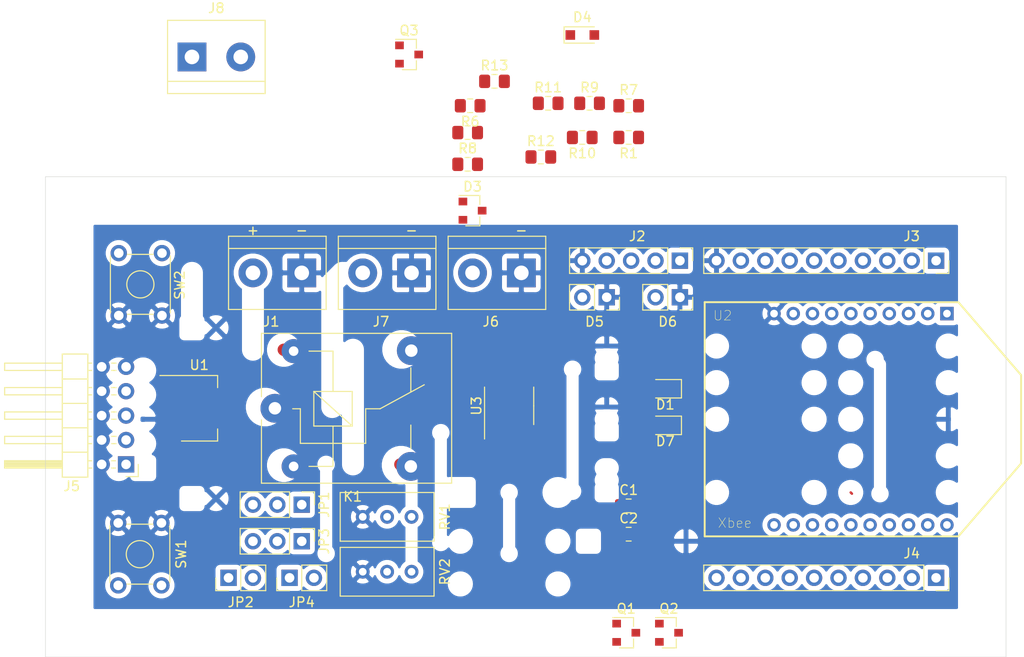
<source format=kicad_pcb>
(kicad_pcb (version 20171130) (host pcbnew 5.1.3-ffb9f22~84~ubuntu18.04.1)
  (layers (0 F.Cu signal) (31 B.Cu signal) (34 B.Paste user hide) (35 F.Paste user hide) (36 B.SilkS user hide) (37 F.SilkS user) (38 B.Mask user hide) (39 F.Mask user hide) (44 Edge.Cuts user))
  (net 0 "")
  (net 1 +12V)
  (net 2 GNDREF)
  (net 3 +3V3)
  (net 4 "Net-(D1-Pad2)")
  (net 5 "Net-(D3-Pad1)")
  (net 6 "Net-(D5-Pad2)")
  (net 7 "Net-(D6-Pad2)")
  (net 8 "Net-(D7-Pad2)")
  (net 9 /RXD)
  (net 10 /TXD)
  (net 11 /DSR-DIO12)
  (net 12 /RST)
  (net 13 /RSSI)
  (net 14 /DIO11)
  (net 15 "Net-(J3-Pad8)")
  (net 16 /DTR-DIO8)
  (net 17 /DIO4)
  (net 18 /CTS)
  (net 19 /DIO9)
  (net 20 "Net-(J4-Pad7)")
  (net 21 /Assoc.)
  (net 22 /RTS)
  (net 23 /DIO3)
  (net 24 /DIO2)
  (net 25 /DIO1)
  (net 26 /Comm.)
  (net 27 "Net-(J5-Pad1)")
  (net 28 "Net-(J5-Pad6)")
  (net 29 /EstadoBatería)
  (net 30 "Net-(U2-Pad14)")
  (net 31 "Net-(K1-Pad4)")
  (net 32 /DIO2-Entrada)
  (net 33 /DIO2-Salida)
  (net 34 "Net-(Q1-Pad1)")
  (net 35 "Net-(Q2-Pad1)")
  (net 36 /Bobina)
  (net 37 /Salida-Rele)
  (net 38 /LED-Assoc-RSSI)
  (net 39 /Bat-DIO4)
  (net 40 /Vin+)
  (net 41 /Bat+)
  (net 42 "Net-(H1-Pad1)")
  (net 43 "Net-(H2-Pad1)")
  (net 44 /CargaBatería)
  (module TerminalBlock:TerminalBlock_bornier-2_P5.08mm (layer F.Cu) (at 95.25 17.526)
    (fp_text reference J8 (at 2.54 -5.08) (layer F.SilkS))
    (fp_text value Batería)
    (fp_line (start -2.54 3.81) (end 7.62 3.81) (layer F.SilkS) (width 0.12))
    (fp_line (start -2.54 -3.81) (end -2.54 3.81) (layer F.SilkS) (width 0.12))
    (fp_line (start 7.62 -3.81) (end -2.54 -3.81) (layer F.SilkS) (width 0.12))
    (fp_line (start 7.62 3.81) (end 7.62 -3.81) (layer F.SilkS) (width 0.12))
    (fp_line (start 7.62 2.54) (end -2.54 2.54) (layer F.SilkS) (width 0.12))
    (pad 2 thru_hole circle (at 5.08 0) (size 3 3) (drill 1.52) (layers *.Cu *.Mask) (net 41 /Bat+))
    (pad 1 thru_hole rect (at 0 0) (size 3 3) (drill 1.52) (layers *.Cu *.Mask) (net 2 GNDREF))
  )
  (module Package_TO_SOT_SMD:SOT-223-3_TabPin2 (layer F.Cu) (at 96.012 54.102)
    (fp_text reference U1 (at 0 -4.5) (layer F.SilkS))
    (fp_text value AZ1117-3.3)
    (fp_line (start -4.1 -3.41) (end 1.91 -3.41) (layer F.SilkS) (width 0.12))
    (fp_line (start -1.85 3.41) (end 1.91 3.41) (layer F.SilkS) (width 0.12))
    (fp_line (start 1.91 -3.41) (end 1.91 -2.15) (layer F.SilkS) (width 0.12))
    (fp_line (start 1.91 3.41) (end 1.91 2.15) (layer F.SilkS) (width 0.12))
    (pad 1 smd rect (at -3.15 -2.3) (size 2 1.5) (layers F.Cu F.Paste F.Mask) (net 2 GNDREF))
    (pad 3 smd rect (at -3.15 2.3) (size 2 1.5) (layers F.Cu F.Paste F.Mask) (net 1 +12V))
    (pad 2 smd rect (at -3.15 0) (size 2 1.5) (layers F.Cu F.Paste F.Mask) (net 3 +3V3))
    (pad 2 smd rect (at 3.15 0) (size 2 3.8) (layers F.Cu F.Paste F.Mask) (net 3 +3V3))
  )
  (module Capacitor_SMD:C_0805_2012Metric (layer F.Cu) (at 140.716 67.212)
    (fp_text reference C2 (at 0 -1.65) (layer F.SilkS))
    (fp_text value 1u)
    (fp_line (start -0.258578 0.71) (end 0.258578 0.71) (layer F.SilkS) (width 0.12))
    (fp_line (start -0.258578 -0.71) (end 0.258578 -0.71) (layer F.SilkS) (width 0.12))
    (pad 2 smd roundrect (at 0.9375 0) (size 0.975 1.4) (layers F.Cu F.Paste F.Mask) (net 2 GNDREF))
    (pad 1 smd roundrect (at -0.9375 0) (size 0.975 1.4) (layers F.Cu F.Paste F.Mask) (net 3 +3V3))
  )
  (module Capacitor_SMD:C_0805_2012Metric (layer F.Cu) (at 140.716 64.262)
    (fp_text reference C1 (at 0 -1.65) (layer F.SilkS))
    (fp_text value 1u)
    (fp_line (start -0.258578 0.71) (end 0.258578 0.71) (layer F.SilkS) (width 0.12))
    (fp_line (start -0.258578 -0.71) (end 0.258578 -0.71) (layer F.SilkS) (width 0.12))
    (pad 2 smd roundrect (at 0.9375 0) (size 0.975 1.4) (layers F.Cu F.Paste F.Mask) (net 2 GNDREF))
    (pad 1 smd roundrect (at -0.9375 0) (size 0.975 1.4) (layers F.Cu F.Paste F.Mask) (net 1 +12V))
  )
  (module Relay_THT:Relay_SPDT_SANYOU_SRD_Series_Form_C (layer F.Cu) (at 103.886 54.102)
    (fp_text reference K1 (at 8.1 9.2) (layer F.SilkS))
    (fp_text value SANYOU_SRD_Form_C)
    (fp_line (start 8.05 1.85) (end 4.05 1.85) (layer F.SilkS) (width 0.12))
    (fp_line (start 8.05 -1.75) (end 8.05 1.85) (layer F.SilkS) (width 0.12))
    (fp_line (start 4.05 -1.75) (end 8.05 -1.75) (layer F.SilkS) (width 0.12))
    (fp_line (start 4.05 1.85) (end 4.05 -1.75) (layer F.SilkS) (width 0.12))
    (fp_line (start 8.05 1.85) (end 4.05 -1.75) (layer F.SilkS) (width 0.12))
    (fp_line (start 6.05 1.85) (end 6.05 6.05) (layer F.SilkS) (width 0.12))
    (fp_line (start 6.05 -5.95) (end 6.05 -1.75) (layer F.SilkS) (width 0.12))
    (fp_line (start 2.65 0.05) (end 2.65 3.65) (layer F.SilkS) (width 0.12))
    (fp_line (start 9.45 0.05) (end 9.45 3.65) (layer F.SilkS) (width 0.12))
    (fp_line (start 9.45 3.65) (end 2.65 3.65) (layer F.SilkS) (width 0.12))
    (fp_line (start 10.95 0.05) (end 15.55 -2.45) (layer F.SilkS) (width 0.12))
    (fp_line (start 9.45 0.05) (end 10.95 0.05) (layer F.SilkS) (width 0.12))
    (fp_line (start 6.05 -5.95) (end 3.55 -5.95) (layer F.SilkS) (width 0.12))
    (fp_line (start 2.65 0.05) (end 1.85 0.05) (layer F.SilkS) (width 0.12))
    (fp_line (start 3.55 6.05) (end 6.05 6.05) (layer F.SilkS) (width 0.12))
    (fp_line (start 14.15 -4.2) (end 14.15 -1.7) (layer F.SilkS) (width 0.12))
    (fp_line (start 14.15 4.2) (end 14.15 1.75) (layer F.SilkS) (width 0.12))
    (fp_line (start 18.4 7.8) (end -1.4 7.8) (layer F.SilkS) (width 0.12))
    (fp_line (start 18.4 -7.8) (end 18.4 7.8) (layer F.SilkS) (width 0.12))
    (fp_line (start -1.4 -7.8) (end 18.4 -7.8) (layer F.SilkS) (width 0.12))
    (fp_line (start -1.4 -7.8) (end -1.4 -1.2) (layer F.SilkS) (width 0.12))
    (fp_line (start -1.4 1.2) (end -1.4 7.8) (layer F.SilkS) (width 0.12))
    (pad 1 thru_hole circle (at 0 0 90) (size 3 3) (drill 1.3) (layers *.Cu *.Mask) (net 37 /Salida-Rele))
    (pad 5 thru_hole circle (at 1.95 -5.95 90) (size 2.5 2.5) (drill 1) (layers *.Cu *.Mask) (net 1 +12V))
    (pad 4 thru_hole circle (at 14.2 -6 90) (size 3 3) (drill 1.3) (layers *.Cu *.Mask) (net 31 "Net-(K1-Pad4)"))
    (pad 3 thru_hole circle (at 14.15 6.05 90) (size 3 3) (drill 1.3) (layers *.Cu *.Mask) (net 1 +12V))
    (pad 2 thru_hole circle (at 1.95 6.05 90) (size 2.5 2.5) (drill 1) (layers *.Cu *.Mask) (net 36 /Bobina))
  )
  (module Diode_SMD:D_SOD-323_HandSoldering (layer F.Cu) (at 135.89 15.24)
    (fp_text reference D4 (at 0 -1.85) (layer F.SilkS))
    (fp_text value 1N4007WS)
    (fp_line (start -1.9 -0.85) (end 1.25 -0.85) (layer F.SilkS) (width 0.12))
    (fp_line (start -1.9 0.85) (end 1.25 0.85) (layer F.SilkS) (width 0.12))
    (fp_line (start -1.9 -0.85) (end -1.9 0.85) (layer F.SilkS) (width 0.12))
    (pad 2 smd rect (at 1.25 0) (size 1 1) (layers F.Cu F.Paste F.Mask) (net 36 /Bobina))
    (pad 1 smd rect (at -1.25 0) (size 1 1) (layers F.Cu F.Paste F.Mask) (net 1 +12V))
  )
  (module Potentiometer_THT:Potentiometer_Bourns_3386C_Horizontal (layer F.Cu) (at 118.11 65.405 270)
    (fp_text reference RV1 (at 0 -3.475 90) (layer F.SilkS))
    (fp_text value 10k)
    (fp_line (start -2.535 -2.345) (end 2.535 -2.345) (layer F.SilkS) (width 0.12))
    (fp_line (start -2.535 7.425) (end 2.535 7.425) (layer F.SilkS) (width 0.12))
    (fp_line (start 2.535 -2.345) (end 2.535 7.425) (layer F.SilkS) (width 0.12))
    (fp_line (start -2.535 -2.345) (end -2.535 7.425) (layer F.SilkS) (width 0.12))
    (pad 3 thru_hole circle (at 0 5.08 270) (size 1.44 1.44) (drill 0.8) (layers *.Cu *.Mask) (net 2 GNDREF))
    (pad 2 thru_hole circle (at 0 2.54 270) (size 1.44 1.44) (drill 0.8) (layers *.Cu *.Mask) (net 42 "Net-(H1-Pad1)"))
    (pad 1 thru_hole circle (at 0 0 270) (size 1.44 1.44) (drill 0.8) (layers *.Cu *.Mask) (net 1 +12V))
  )
  (module Resistor_SMD:R_0805_2012Metric_Pad1.15x1.40mm_HandSolder (layer F.Cu) (at 126.746 20.066)
    (fp_text reference R13 (at 0 -1.65) (layer F.SilkS))
    (fp_text value 4k7)
    (fp_line (start -0.261252 0.71) (end 0.261252 0.71) (layer F.SilkS) (width 0.12))
    (fp_line (start -0.261252 -0.71) (end 0.261252 -0.71) (layer F.SilkS) (width 0.12))
    (pad 2 smd roundrect (at 1.025 0) (size 1.15 1.4) (layers F.Cu F.Paste F.Mask) (roundrect_rratio 0.217391) (net 8 "Net-(D7-Pad2)"))
    (pad 1 smd roundrect (at -1.025 0) (size 1.15 1.4) (layers F.Cu F.Paste F.Mask) (roundrect_rratio 0.217391) (net 37 /Salida-Rele))
  )
  (module Resistor_SMD:R_0805_2012Metric_Pad1.15x1.40mm_HandSolder (layer F.Cu) (at 131.572 27.94)
    (fp_text reference R12 (at 0 -1.65) (layer F.SilkS))
    (fp_text value 560)
    (fp_line (start -0.261252 0.71) (end 0.261252 0.71) (layer F.SilkS) (width 0.12))
    (fp_line (start -0.261252 -0.71) (end 0.261252 -0.71) (layer F.SilkS) (width 0.12))
    (pad 2 smd roundrect (at 1.025 0) (size 1.15 1.4) (layers F.Cu F.Paste F.Mask) (roundrect_rratio 0.217391) (net 29 /EstadoBatería))
    (pad 1 smd roundrect (at -1.025 0) (size 1.15 1.4) (layers F.Cu F.Paste F.Mask) (roundrect_rratio 0.217391) (net 7 "Net-(D6-Pad2)"))
  )
  (module Resistor_SMD:R_0805_2012Metric_Pad1.15x1.40mm_HandSolder (layer F.Cu) (at 132.334 22.352)
    (fp_text reference R11 (at 0 -1.65) (layer F.SilkS))
    (fp_text value 560)
    (fp_line (start -0.261252 0.71) (end 0.261252 0.71) (layer F.SilkS) (width 0.12))
    (fp_line (start -0.261252 -0.71) (end 0.261252 -0.71) (layer F.SilkS) (width 0.12))
    (pad 2 smd roundrect (at 1.025 0) (size 1.15 1.4) (layers F.Cu F.Paste F.Mask) (roundrect_rratio 0.217391) (net 1 +12V))
    (pad 1 smd roundrect (at -1.025 0) (size 1.15 1.4) (layers F.Cu F.Paste F.Mask) (roundrect_rratio 0.217391) (net 6 "Net-(D5-Pad2)"))
  )
  (module Resistor_SMD:R_0805_2012Metric_Pad1.15x1.40mm_HandSolder (layer F.Cu) (at 135.881 25.908 180)
    (fp_text reference R10 (at 0 -1.65) (layer F.SilkS))
    (fp_text value 10k)
    (fp_line (start -0.261252 0.71) (end 0.261252 0.71) (layer F.SilkS) (width 0.12))
    (fp_line (start -0.261252 -0.71) (end 0.261252 -0.71) (layer F.SilkS) (width 0.12))
    (pad 2 smd roundrect (at 1.025 0 180) (size 1.15 1.4) (layers F.Cu F.Paste F.Mask) (roundrect_rratio 0.217391) (net 32 /DIO2-Entrada))
    (pad 1 smd roundrect (at -1.025 0 180) (size 1.15 1.4) (layers F.Cu F.Paste F.Mask) (roundrect_rratio 0.217391) (net 3 +3V3))
  )
  (module Resistor_SMD:R_0805_2012Metric_Pad1.15x1.40mm_HandSolder (layer F.Cu) (at 136.643 22.352)
    (fp_text reference R9 (at 0 -1.65) (layer F.SilkS))
    (fp_text value 330)
    (fp_line (start -0.261252 0.71) (end 0.261252 0.71) (layer F.SilkS) (width 0.12))
    (fp_line (start -0.261252 -0.71) (end 0.261252 -0.71) (layer F.SilkS) (width 0.12))
    (pad 2 smd roundrect (at 1.025 0) (size 1.15 1.4) (layers F.Cu F.Paste F.Mask) (roundrect_rratio 0.217391) (net 33 /DIO2-Salida))
    (pad 1 smd roundrect (at -1.025 0) (size 1.15 1.4) (layers F.Cu F.Paste F.Mask) (roundrect_rratio 0.217391) (net 35 "Net-(Q2-Pad1)"))
  )
  (module Resistor_SMD:R_0805_2012Metric_Pad1.15x1.40mm_HandSolder (layer F.Cu) (at 123.952 28.702)
    (fp_text reference R8 (at 0 -1.65) (layer F.SilkS))
    (fp_text value 10k)
    (fp_line (start -0.261252 0.71) (end 0.261252 0.71) (layer F.SilkS) (width 0.12))
    (fp_line (start -0.261252 -0.71) (end 0.261252 -0.71) (layer F.SilkS) (width 0.12))
    (pad 2 smd roundrect (at 1.025 0) (size 1.15 1.4) (layers F.Cu F.Paste F.Mask) (roundrect_rratio 0.217391) (net 2 GNDREF))
    (pad 1 smd roundrect (at -1.025 0) (size 1.15 1.4) (layers F.Cu F.Paste F.Mask) (roundrect_rratio 0.217391) (net 33 /DIO2-Salida))
  )
  (module Resistor_SMD:R_0805_2012Metric_Pad1.15x1.40mm_HandSolder (layer F.Cu) (at 140.716 22.606)
    (fp_text reference R7 (at 0 -1.65) (layer F.SilkS))
    (fp_text value 3.3k)
    (fp_line (start -0.261252 0.71) (end 0.261252 0.71) (layer F.SilkS) (width 0.12))
    (fp_line (start -0.261252 -0.71) (end 0.261252 -0.71) (layer F.SilkS) (width 0.12))
    (pad 2 smd roundrect (at 1.025 0) (size 1.15 1.4) (layers F.Cu F.Paste F.Mask) (roundrect_rratio 0.217391) (net 1 +12V))
    (pad 1 smd roundrect (at -1.025 0) (size 1.15 1.4) (layers F.Cu F.Paste F.Mask) (roundrect_rratio 0.217391) (net 5 "Net-(D3-Pad1)"))
  )
  (module Resistor_SMD:R_0805_2012Metric_Pad1.15x1.40mm_HandSolder (layer F.Cu) (at 124.215 22.606 180)
    (fp_text reference R6 (at 0 -1.65) (layer F.SilkS))
    (fp_text value 10k)
    (fp_line (start -0.261252 0.71) (end 0.261252 0.71) (layer F.SilkS) (width 0.12))
    (fp_line (start -0.261252 -0.71) (end 0.261252 -0.71) (layer F.SilkS) (width 0.12))
    (pad 2 smd roundrect (at 1.025 0 180) (size 1.15 1.4) (layers F.Cu F.Paste F.Mask) (roundrect_rratio 0.217391) (net 39 /Bat-DIO4))
    (pad 1 smd roundrect (at -1.025 0 180) (size 1.15 1.4) (layers F.Cu F.Paste F.Mask) (roundrect_rratio 0.217391) (net 3 +3V3))
  )
  (module Resistor_SMD:R_0805_2012Metric_Pad1.15x1.40mm_HandSolder (layer F.Cu) (at 123.952 25.4 180)
    (fp_text reference R5 (at 0 -1.65) (layer F.SilkS))
    (fp_text value 330)
    (fp_line (start -0.261252 0.71) (end 0.261252 0.71) (layer F.SilkS) (width 0.12))
    (fp_line (start -0.261252 -0.71) (end 0.261252 -0.71) (layer F.SilkS) (width 0.12))
    (pad 2 smd roundrect (at 1.025 0 180) (size 1.15 1.4) (layers F.Cu F.Paste F.Mask) (roundrect_rratio 0.217391) (net 34 "Net-(Q1-Pad1)"))
    (pad 1 smd roundrect (at -1.025 0 180) (size 1.15 1.4) (layers F.Cu F.Paste F.Mask) (roundrect_rratio 0.217391) (net 29 /EstadoBatería))
  )
  (module Resistor_SMD:R_0805_2012Metric_Pad1.15x1.40mm_HandSolder (layer F.Cu) (at 140.716 25.908 180)
    (fp_text reference R1 (at 0 -1.65) (layer F.SilkS))
    (fp_text value 330)
    (fp_line (start -0.261252 0.71) (end 0.261252 0.71) (layer F.SilkS) (width 0.12))
    (fp_line (start -0.261252 -0.71) (end 0.261252 -0.71) (layer F.SilkS) (width 0.12))
    (pad 2 smd roundrect (at 1.025 0 180) (size 1.15 1.4) (layers F.Cu F.Paste F.Mask) (roundrect_rratio 0.217391) (net 38 /LED-Assoc-RSSI))
    (pad 1 smd roundrect (at -1.025 0 180) (size 1.15 1.4) (layers F.Cu F.Paste F.Mask) (roundrect_rratio 0.217391) (net 4 "Net-(D1-Pad2)"))
  )
  (module Package_TO_SOT_SMD:SOT-23 (layer F.Cu) (at 144.912 77.47)
    (fp_text reference Q2 (at 0 -2.5) (layer F.SilkS))
    (fp_text value AP2300)
    (fp_line (start 0.76 1.58) (end -0.7 1.58) (layer F.SilkS) (width 0.12))
    (fp_line (start 0.76 -1.58) (end -1.4 -1.58) (layer F.SilkS) (width 0.12))
    (fp_line (start 0.76 -1.58) (end 0.76 -0.65) (layer F.SilkS) (width 0.12))
    (fp_line (start 0.76 1.58) (end 0.76 0.65) (layer F.SilkS) (width 0.12))
    (pad 3 smd rect (at 1 0) (size 0.9 0.8) (layers F.Cu F.Paste F.Mask) (net 36 /Bobina))
    (pad 2 smd rect (at -1 0.95) (size 0.9 0.8) (layers F.Cu F.Paste F.Mask) (net 2 GNDREF))
    (pad 1 smd rect (at -1 -0.95) (size 0.9 0.8) (layers F.Cu F.Paste F.Mask) (net 35 "Net-(Q2-Pad1)"))
  )
  (module Package_TO_SOT_SMD:SOT-23 (layer F.Cu) (at 140.462 77.47)
    (fp_text reference Q1 (at 0 -2.5) (layer F.SilkS))
    (fp_text value 2N7002)
    (fp_line (start 0.76 1.58) (end -0.7 1.58) (layer F.SilkS) (width 0.12))
    (fp_line (start 0.76 -1.58) (end -1.4 -1.58) (layer F.SilkS) (width 0.12))
    (fp_line (start 0.76 -1.58) (end 0.76 -0.65) (layer F.SilkS) (width 0.12))
    (fp_line (start 0.76 1.58) (end 0.76 0.65) (layer F.SilkS) (width 0.12))
    (pad 3 smd rect (at 1 0) (size 0.9 0.8) (layers F.Cu F.Paste F.Mask) (net 39 /Bat-DIO4))
    (pad 2 smd rect (at -1 0.95) (size 0.9 0.8) (layers F.Cu F.Paste F.Mask) (net 2 GNDREF))
    (pad 1 smd rect (at -1 -0.95) (size 0.9 0.8) (layers F.Cu F.Paste F.Mask) (net 34 "Net-(Q1-Pad1)"))
  )
  (module Connector_PinHeader_2.54mm:PinHeader_2x05_P2.54mm_Horizontal (layer F.Cu) (at 88.392 59.944 180)
    (fp_text reference J5 (at 5.655 -2.27) (layer F.SilkS))
    (fp_text value Programación)
    (fp_line (start -1.27 -1.27) (end 0 -1.27) (layer F.SilkS) (width 0.12))
    (fp_line (start -1.27 0) (end -1.27 -1.27) (layer F.SilkS) (width 0.12))
    (fp_line (start 1.042929 10.54) (end 1.497071 10.54) (layer F.SilkS) (width 0.12))
    (fp_line (start 1.042929 9.78) (end 1.497071 9.78) (layer F.SilkS) (width 0.12))
    (fp_line (start 3.582929 10.54) (end 3.98 10.54) (layer F.SilkS) (width 0.12))
    (fp_line (start 3.582929 9.78) (end 3.98 9.78) (layer F.SilkS) (width 0.12))
    (fp_line (start 12.64 10.54) (end 6.64 10.54) (layer F.SilkS) (width 0.12))
    (fp_line (start 12.64 9.78) (end 12.64 10.54) (layer F.SilkS) (width 0.12))
    (fp_line (start 6.64 9.78) (end 12.64 9.78) (layer F.SilkS) (width 0.12))
    (fp_line (start 3.98 8.89) (end 6.64 8.89) (layer F.SilkS) (width 0.12))
    (fp_line (start 1.042929 8) (end 1.497071 8) (layer F.SilkS) (width 0.12))
    (fp_line (start 1.042929 7.24) (end 1.497071 7.24) (layer F.SilkS) (width 0.12))
    (fp_line (start 3.582929 8) (end 3.98 8) (layer F.SilkS) (width 0.12))
    (fp_line (start 3.582929 7.24) (end 3.98 7.24) (layer F.SilkS) (width 0.12))
    (fp_line (start 12.64 8) (end 6.64 8) (layer F.SilkS) (width 0.12))
    (fp_line (start 12.64 7.24) (end 12.64 8) (layer F.SilkS) (width 0.12))
    (fp_line (start 6.64 7.24) (end 12.64 7.24) (layer F.SilkS) (width 0.12))
    (fp_line (start 3.98 6.35) (end 6.64 6.35) (layer F.SilkS) (width 0.12))
    (fp_line (start 1.042929 5.46) (end 1.497071 5.46) (layer F.SilkS) (width 0.12))
    (fp_line (start 1.042929 4.7) (end 1.497071 4.7) (layer F.SilkS) (width 0.12))
    (fp_line (start 3.582929 5.46) (end 3.98 5.46) (layer F.SilkS) (width 0.12))
    (fp_line (start 3.582929 4.7) (end 3.98 4.7) (layer F.SilkS) (width 0.12))
    (fp_line (start 12.64 5.46) (end 6.64 5.46) (layer F.SilkS) (width 0.12))
    (fp_line (start 12.64 4.7) (end 12.64 5.46) (layer F.SilkS) (width 0.12))
    (fp_line (start 6.64 4.7) (end 12.64 4.7) (layer F.SilkS) (width 0.12))
    (fp_line (start 3.98 3.81) (end 6.64 3.81) (layer F.SilkS) (width 0.12))
    (fp_line (start 1.042929 2.92) (end 1.497071 2.92) (layer F.SilkS) (width 0.12))
    (fp_line (start 1.042929 2.16) (end 1.497071 2.16) (layer F.SilkS) (width 0.12))
    (fp_line (start 3.582929 2.92) (end 3.98 2.92) (layer F.SilkS) (width 0.12))
    (fp_line (start 3.582929 2.16) (end 3.98 2.16) (layer F.SilkS) (width 0.12))
    (fp_line (start 12.64 2.92) (end 6.64 2.92) (layer F.SilkS) (width 0.12))
    (fp_line (start 12.64 2.16) (end 12.64 2.92) (layer F.SilkS) (width 0.12))
    (fp_line (start 6.64 2.16) (end 12.64 2.16) (layer F.SilkS) (width 0.12))
    (fp_line (start 3.98 1.27) (end 6.64 1.27) (layer F.SilkS) (width 0.12))
    (fp_line (start 1.11 0.38) (end 1.497071 0.38) (layer F.SilkS) (width 0.12))
    (fp_line (start 1.11 -0.38) (end 1.497071 -0.38) (layer F.SilkS) (width 0.12))
    (fp_line (start 3.582929 0.38) (end 3.98 0.38) (layer F.SilkS) (width 0.12))
    (fp_line (start 3.582929 -0.38) (end 3.98 -0.38) (layer F.SilkS) (width 0.12))
    (fp_line (start 6.64 0.28) (end 12.64 0.28) (layer F.SilkS) (width 0.12))
    (fp_line (start 6.64 0.16) (end 12.64 0.16) (layer F.SilkS) (width 0.12))
    (fp_line (start 6.64 0.04) (end 12.64 0.04) (layer F.SilkS) (width 0.12))
    (fp_line (start 6.64 -0.08) (end 12.64 -0.08) (layer F.SilkS) (width 0.12))
    (fp_line (start 6.64 -0.2) (end 12.64 -0.2) (layer F.SilkS) (width 0.12))
    (fp_line (start 6.64 -0.32) (end 12.64 -0.32) (layer F.SilkS) (width 0.12))
    (fp_line (start 12.64 0.38) (end 6.64 0.38) (layer F.SilkS) (width 0.12))
    (fp_line (start 12.64 -0.38) (end 12.64 0.38) (layer F.SilkS) (width 0.12))
    (fp_line (start 6.64 -0.38) (end 12.64 -0.38) (layer F.SilkS) (width 0.12))
    (fp_line (start 6.64 -1.33) (end 3.98 -1.33) (layer F.SilkS) (width 0.12))
    (fp_line (start 6.64 11.49) (end 6.64 -1.33) (layer F.SilkS) (width 0.12))
    (fp_line (start 3.98 11.49) (end 6.64 11.49) (layer F.SilkS) (width 0.12))
    (fp_line (start 3.98 -1.33) (end 3.98 11.49) (layer F.SilkS) (width 0.12))
    (pad 10 thru_hole oval (at 2.54 10.16 180) (size 1.7 1.7) (drill 1) (layers *.Cu *.Mask) (net 3 +3V3))
    (pad 9 thru_hole oval (at 0 10.16 180) (size 1.7 1.7) (drill 1) (layers *.Cu *.Mask) (net 16 /DTR-DIO8))
    (pad 8 thru_hole oval (at 2.54 7.62 180) (size 1.7 1.7) (drill 1) (layers *.Cu *.Mask) (net 22 /RTS))
    (pad 7 thru_hole oval (at 0 7.62 180) (size 1.7 1.7) (drill 1) (layers *.Cu *.Mask) (net 10 /TXD))
    (pad 6 thru_hole oval (at 2.54 5.08 180) (size 1.7 1.7) (drill 1) (layers *.Cu *.Mask) (net 28 "Net-(J5-Pad6)"))
    (pad 5 thru_hole oval (at 0 5.08 180) (size 1.7 1.7) (drill 1) (layers *.Cu *.Mask) (net 2 GNDREF))
    (pad 4 thru_hole oval (at 2.54 2.54 180) (size 1.7 1.7) (drill 1) (layers *.Cu *.Mask) (net 9 /RXD))
    (pad 3 thru_hole oval (at 0 2.54 180) (size 1.7 1.7) (drill 1) (layers *.Cu *.Mask) (net 18 /CTS))
    (pad 2 thru_hole oval (at 2.54 0 180) (size 1.7 1.7) (drill 1) (layers *.Cu *.Mask) (net 11 /DSR-DIO12))
    (pad 1 thru_hole rect (at 0 0 180) (size 1.7 1.7) (drill 1) (layers *.Cu *.Mask) (net 27 "Net-(J5-Pad1)"))
  )
  (module Diode_SMD:D_SOT-23_ANK (layer F.Cu) (at 124.46 33.528)
    (fp_text reference D3 (at 0 -2.5) (layer F.SilkS))
    (fp_text value "Zener 5V")
    (fp_line (start 0.76 1.58) (end -0.7 1.58) (layer F.SilkS) (width 0.12))
    (fp_line (start 0.76 -1.58) (end -1.4 -1.58) (layer F.SilkS) (width 0.12))
    (fp_line (start 0.76 -1.58) (end 0.76 -0.65) (layer F.SilkS) (width 0.12))
    (fp_line (start 0.76 1.58) (end 0.76 0.65) (layer F.SilkS) (width 0.12))
    (pad 1 smd rect (at 1 0) (size 0.9 0.8) (layers F.Cu F.Paste F.Mask) (net 5 "Net-(D3-Pad1)"))
    (pad "" smd rect (at -1 0.95) (size 0.9 0.8) (layers F.Cu F.Paste F.Mask))
    (pad 2 smd rect (at -1 -0.95) (size 0.9 0.8) (layers F.Cu F.Paste F.Mask) (net 2 GNDREF))
  )
  (module Package_SO:SO-8_3.9x4.9mm_P1.27mm (layer F.Cu) (at 128.27 53.848 90)
    (fp_text reference U3 (at 0 -3.4 90) (layer F.SilkS))
    (fp_text value LM358)
    (fp_line (start 0 -2.56) (end -3.45 -2.56) (layer F.SilkS) (width 0.12))
    (fp_line (start 0 -2.56) (end 1.95 -2.56) (layer F.SilkS) (width 0.12))
    (fp_line (start 0 2.56) (end -1.95 2.56) (layer F.SilkS) (width 0.12))
    (fp_line (start 0 2.56) (end 1.95 2.56) (layer F.SilkS) (width 0.12))
    (pad 8 smd roundrect (at 2.575 -1.905 90) (size 1.75 0.6) (layers F.Cu F.Paste F.Mask) (net 1 +12V))
    (pad 7 smd roundrect (at 2.575 -0.635 90) (size 1.75 0.6) (layers F.Cu F.Paste F.Mask) (net 29 /EstadoBatería))
    (pad 6 smd roundrect (at 2.575 0.635 90) (size 1.75 0.6) (layers F.Cu F.Paste F.Mask) (net 43 "Net-(H2-Pad1)"))
    (pad 5 smd roundrect (at 2.575 1.905 90) (size 1.75 0.6) (layers F.Cu F.Paste F.Mask) (net 5 "Net-(D3-Pad1)"))
    (pad 4 smd roundrect (at -2.575 1.905 90) (size 1.75 0.6) (layers F.Cu F.Paste F.Mask) (net 2 GNDREF))
    (pad 3 smd roundrect (at -2.575 0.635 90) (size 1.75 0.6) (layers F.Cu F.Paste F.Mask) (net 42 "Net-(H1-Pad1)"))
    (pad 2 smd roundrect (at -2.575 -0.635 90) (size 1.75 0.6) (layers F.Cu F.Paste F.Mask) (net 5 "Net-(D3-Pad1)"))
    (pad 1 smd roundrect (at -2.575 -1.905 90) (size 1.75 0.6) (layers F.Cu F.Paste F.Mask) (net 44 /CargaBatería))
  )
  (module LED_SMD:LED_0805_2012Metric (layer F.Cu) (at 144.526 55.88 180)
    (fp_text reference D7 (at 0 -1.65) (layer F.SilkS))
    (fp_text value "LED Green Salida")
    (fp_line (start -1.685 0.96) (end 1 0.96) (layer F.SilkS) (width 0.12))
    (fp_line (start -1.685 -0.96) (end -1.685 0.96) (layer F.SilkS) (width 0.12))
    (fp_line (start 1 -0.96) (end -1.685 -0.96) (layer F.SilkS) (width 0.12))
    (pad 2 smd roundrect (at 0.9375 0 180) (size 0.975 1.4) (layers F.Cu F.Paste F.Mask) (net 8 "Net-(D7-Pad2)"))
    (pad 1 smd roundrect (at -0.9375 0 180) (size 0.975 1.4) (layers F.Cu F.Paste F.Mask) (net 2 GNDREF))
  )
  (module LED_SMD:LED_0805_2012Metric (layer F.Cu) (at 144.526 52.07 180)
    (fp_text reference D1 (at 0 -1.65) (layer F.SilkS))
    (fp_text value "Blue Assoc-RSSI")
    (fp_line (start -1.685 0.96) (end 1 0.96) (layer F.SilkS) (width 0.12))
    (fp_line (start -1.685 -0.96) (end -1.685 0.96) (layer F.SilkS) (width 0.12))
    (fp_line (start 1 -0.96) (end -1.685 -0.96) (layer F.SilkS) (width 0.12))
    (pad 2 smd roundrect (at 0.9375 0 180) (size 0.975 1.4) (layers F.Cu F.Paste F.Mask) (net 4 "Net-(D1-Pad2)"))
    (pad 1 smd roundrect (at -0.9375 0 180) (size 0.975 1.4) (layers F.Cu F.Paste F.Mask) (net 2 GNDREF))
  )
  (module Connector_PinSocket_2.54mm:PinSocket_1x02_P2.54mm_Vertical (layer F.Cu) (at 146.05 42.545 270)
    (fp_text reference D6 (at 2.54 1.27 180) (layer F.SilkS))
    (fp_text value "LED Batería")
    (fp_line (start 0 -1.33) (end 1.33 -1.33) (layer F.SilkS) (width 0.12))
    (fp_line (start 1.33 -1.33) (end 1.33 0) (layer F.SilkS) (width 0.12))
    (fp_line (start 1.33 1.27) (end 1.33 3.87) (layer F.SilkS) (width 0.12))
    (fp_line (start -1.33 3.87) (end 1.33 3.87) (layer F.SilkS) (width 0.12))
    (fp_line (start -1.33 1.27) (end -1.33 3.87) (layer F.SilkS) (width 0.12))
    (fp_line (start -1.33 1.27) (end 1.33 1.27) (layer F.SilkS) (width 0.12))
    (pad 2 thru_hole oval (at 0 2.54 270) (size 1.7 1.7) (drill 1) (layers *.Cu *.Mask) (net 7 "Net-(D6-Pad2)"))
    (pad 1 thru_hole rect (at 0 0 270) (size 1.7 1.7) (drill 1) (layers *.Cu *.Mask) (net 2 GNDREF))
  )
  (module Connector_PinSocket_2.54mm:PinSocket_1x02_P2.54mm_Vertical (layer F.Cu) (at 138.43 42.545 270)
    (fp_text reference D5 (at 2.54 1.27 180) (layer F.SilkS))
    (fp_text value "LED ON")
    (fp_line (start 0 -1.33) (end 1.33 -1.33) (layer F.SilkS) (width 0.12))
    (fp_line (start 1.33 -1.33) (end 1.33 0) (layer F.SilkS) (width 0.12))
    (fp_line (start 1.33 1.27) (end 1.33 3.87) (layer F.SilkS) (width 0.12))
    (fp_line (start -1.33 3.87) (end 1.33 3.87) (layer F.SilkS) (width 0.12))
    (fp_line (start -1.33 1.27) (end -1.33 3.87) (layer F.SilkS) (width 0.12))
    (fp_line (start -1.33 1.27) (end 1.33 1.27) (layer F.SilkS) (width 0.12))
    (pad 2 thru_hole oval (at 0 2.54 270) (size 1.7 1.7) (drill 1) (layers *.Cu *.Mask) (net 6 "Net-(D5-Pad2)"))
    (pad 1 thru_hole rect (at 0 0 270) (size 1.7 1.7) (drill 1) (layers *.Cu *.Mask) (net 2 GNDREF))
  )
  (module TerminalBlock:TerminalBlock_bornier-2_P5.08mm (layer F.Cu) (at 106.68 40.005 180)
    (fp_text reference J1 (at 3.175 -5.08) (layer F.SilkS))
    (fp_text value Alimentación)
    (fp_line (start 7.62 2.54) (end -2.54 2.54) (layer F.SilkS) (width 0.12))
    (fp_line (start 7.62 3.81) (end 7.62 -3.81) (layer F.SilkS) (width 0.12))
    (fp_line (start 7.62 -3.81) (end -2.54 -3.81) (layer F.SilkS) (width 0.12))
    (fp_line (start -2.54 -3.81) (end -2.54 3.81) (layer F.SilkS) (width 0.12))
    (fp_line (start -2.54 3.81) (end 7.62 3.81) (layer F.SilkS) (width 0.12))
    (pad 1 thru_hole rect (at 0 0 180) (size 3 3) (drill 1.52) (layers *.Cu *.Mask) (net 2 GNDREF))
    (pad 2 thru_hole circle (at 5.08 0 180) (size 3 3) (drill 1.52) (layers *.Cu *.Mask) (net 40 /Vin+))
  )
  (module Connector_PinHeader_2.54mm:PinHeader_1x05_P2.54mm_Vertical (layer F.Cu) (at 146.05 38.735 270)
    (fp_text reference J2 (at -2.54 4.445 180) (layer F.SilkS))
    (fp_text value Raspberry)
    (fp_line (start -1.33 11.49) (end 1.33 11.49) (layer F.SilkS) (width 0.12))
    (fp_line (start -1.33 1.27) (end -1.33 11.49) (layer F.SilkS) (width 0.12))
    (fp_line (start 1.33 1.27) (end 1.33 11.49) (layer F.SilkS) (width 0.12))
    (fp_line (start -1.33 1.27) (end 1.33 1.27) (layer F.SilkS) (width 0.12))
    (fp_line (start -1.33 0) (end -1.33 -1.33) (layer F.SilkS) (width 0.12))
    (fp_line (start -1.33 -1.33) (end 0 -1.33) (layer F.SilkS) (width 0.12))
    (pad 1 thru_hole rect (at 0 0 270) (size 1.7 1.7) (drill 1) (layers *.Cu *.Mask) (net 32 /DIO2-Entrada))
    (pad 2 thru_hole oval (at 0 2.54 270) (size 1.7 1.7) (drill 1) (layers *.Cu *.Mask) (net 33 /DIO2-Salida))
    (pad 3 thru_hole oval (at 0 5.08 270) (size 1.7 1.7) (drill 1) (layers *.Cu *.Mask) (net 9 /RXD))
    (pad 4 thru_hole oval (at 0 7.62 270) (size 1.7 1.7) (drill 1) (layers *.Cu *.Mask) (net 10 /TXD))
    (pad 5 thru_hole oval (at 0 10.16 270) (size 1.7 1.7) (drill 1) (layers *.Cu *.Mask) (net 2 GNDREF))
  )
  (module Connector_PinSocket_2.54mm:PinSocket_1x10_P2.54mm_Vertical (layer F.Cu) (at 172.72 38.735 270)
    (fp_text reference J3 (at -2.54 2.54 180) (layer F.SilkS))
    (fp_text value "Pines 1")
    (fp_line (start -1.33 1.27) (end 1.33 1.27) (layer F.SilkS) (width 0.12))
    (fp_line (start -1.33 1.27) (end -1.33 24.19) (layer F.SilkS) (width 0.12))
    (fp_line (start -1.33 24.19) (end 1.33 24.19) (layer F.SilkS) (width 0.12))
    (fp_line (start 1.33 1.27) (end 1.33 24.19) (layer F.SilkS) (width 0.12))
    (fp_line (start 1.33 -1.33) (end 1.33 0) (layer F.SilkS) (width 0.12))
    (fp_line (start 0 -1.33) (end 1.33 -1.33) (layer F.SilkS) (width 0.12))
    (pad 1 thru_hole rect (at 0 0 270) (size 1.7 1.7) (drill 1) (layers *.Cu *.Mask) (net 3 +3V3))
    (pad 2 thru_hole oval (at 0 2.54 270) (size 1.7 1.7) (drill 1) (layers *.Cu *.Mask) (net 9 /RXD))
    (pad 3 thru_hole oval (at 0 5.08 270) (size 1.7 1.7) (drill 1) (layers *.Cu *.Mask) (net 10 /TXD))
    (pad 4 thru_hole oval (at 0 7.62 270) (size 1.7 1.7) (drill 1) (layers *.Cu *.Mask) (net 11 /DSR-DIO12))
    (pad 5 thru_hole oval (at 0 10.16 270) (size 1.7 1.7) (drill 1) (layers *.Cu *.Mask) (net 12 /RST))
    (pad 6 thru_hole oval (at 0 12.7 270) (size 1.7 1.7) (drill 1) (layers *.Cu *.Mask) (net 13 /RSSI))
    (pad 7 thru_hole oval (at 0 15.24 270) (size 1.7 1.7) (drill 1) (layers *.Cu *.Mask) (net 14 /DIO11))
    (pad 8 thru_hole oval (at 0 17.78 270) (size 1.7 1.7) (drill 1) (layers *.Cu *.Mask) (net 15 "Net-(J3-Pad8)"))
    (pad 9 thru_hole oval (at 0 20.32 270) (size 1.7 1.7) (drill 1) (layers *.Cu *.Mask) (net 16 /DTR-DIO8))
    (pad 10 thru_hole oval (at 0 22.86 270) (size 1.7 1.7) (drill 1) (layers *.Cu *.Mask) (net 2 GNDREF))
  )
  (module Connector_PinSocket_2.54mm:PinSocket_1x10_P2.54mm_Vertical (layer F.Cu) (at 172.72 71.755 270)
    (fp_text reference J4 (at -2.54 2.54 180) (layer F.SilkS))
    (fp_text value "Pines 2")
    (fp_line (start 0 -1.33) (end 1.33 -1.33) (layer F.SilkS) (width 0.12))
    (fp_line (start 1.33 -1.33) (end 1.33 0) (layer F.SilkS) (width 0.12))
    (fp_line (start 1.33 1.27) (end 1.33 24.19) (layer F.SilkS) (width 0.12))
    (fp_line (start -1.33 24.19) (end 1.33 24.19) (layer F.SilkS) (width 0.12))
    (fp_line (start -1.33 1.27) (end -1.33 24.19) (layer F.SilkS) (width 0.12))
    (fp_line (start -1.33 1.27) (end 1.33 1.27) (layer F.SilkS) (width 0.12))
    (pad 10 thru_hole oval (at 0 22.86 270) (size 1.7 1.7) (drill 1) (layers *.Cu *.Mask) (net 17 /DIO4))
    (pad 9 thru_hole oval (at 0 20.32 270) (size 1.7 1.7) (drill 1) (layers *.Cu *.Mask) (net 18 /CTS))
    (pad 8 thru_hole oval (at 0 17.78 270) (size 1.7 1.7) (drill 1) (layers *.Cu *.Mask) (net 19 /DIO9))
    (pad 7 thru_hole oval (at 0 15.24 270) (size 1.7 1.7) (drill 1) (layers *.Cu *.Mask) (net 20 "Net-(J4-Pad7)"))
    (pad 6 thru_hole oval (at 0 12.7 270) (size 1.7 1.7) (drill 1) (layers *.Cu *.Mask) (net 21 /Assoc.))
    (pad 5 thru_hole oval (at 0 10.16 270) (size 1.7 1.7) (drill 1) (layers *.Cu *.Mask) (net 22 /RTS))
    (pad 4 thru_hole oval (at 0 7.62 270) (size 1.7 1.7) (drill 1) (layers *.Cu *.Mask) (net 23 /DIO3))
    (pad 3 thru_hole oval (at 0 5.08 270) (size 1.7 1.7) (drill 1) (layers *.Cu *.Mask) (net 24 /DIO2))
    (pad 2 thru_hole oval (at 0 2.54 270) (size 1.7 1.7) (drill 1) (layers *.Cu *.Mask) (net 25 /DIO1))
    (pad 1 thru_hole rect (at 0 0 270) (size 1.7 1.7) (drill 1) (layers *.Cu *.Mask) (net 26 /Comm.))
  )
  (module TerminalBlock:TerminalBlock_bornier-2_P5.08mm (layer F.Cu) (at 129.54 40.005 180)
    (fp_text reference J6 (at 3.175 -5.08) (layer F.SilkS))
    (fp_text value Entrada)
    (fp_line (start 7.62 2.54) (end -2.54 2.54) (layer F.SilkS) (width 0.12))
    (fp_line (start 7.62 3.81) (end 7.62 -3.81) (layer F.SilkS) (width 0.12))
    (fp_line (start 7.62 -3.81) (end -2.54 -3.81) (layer F.SilkS) (width 0.12))
    (fp_line (start -2.54 -3.81) (end -2.54 3.81) (layer F.SilkS) (width 0.12))
    (fp_line (start -2.54 3.81) (end 7.62 3.81) (layer F.SilkS) (width 0.12))
    (pad 1 thru_hole rect (at 0 0 180) (size 3 3) (drill 1.52) (layers *.Cu *.Mask) (net 2 GNDREF))
    (pad 2 thru_hole circle (at 5.08 0 180) (size 3 3) (drill 1.52) (layers *.Cu *.Mask) (net 32 /DIO2-Entrada))
  )
  (module TerminalBlock:TerminalBlock_bornier-2_P5.08mm (layer F.Cu) (at 118.11 40.005 180)
    (fp_text reference J7 (at 3.175 -5.08) (layer F.SilkS))
    (fp_text value Salida)
    (fp_line (start -2.54 3.81) (end 7.62 3.81) (layer F.SilkS) (width 0.12))
    (fp_line (start -2.54 -3.81) (end -2.54 3.81) (layer F.SilkS) (width 0.12))
    (fp_line (start 7.62 -3.81) (end -2.54 -3.81) (layer F.SilkS) (width 0.12))
    (fp_line (start 7.62 3.81) (end 7.62 -3.81) (layer F.SilkS) (width 0.12))
    (fp_line (start 7.62 2.54) (end -2.54 2.54) (layer F.SilkS) (width 0.12))
    (pad 2 thru_hole circle (at 5.08 0 180) (size 3 3) (drill 1.52) (layers *.Cu *.Mask) (net 37 /Salida-Rele))
    (pad 1 thru_hole rect (at 0 0 180) (size 3 3) (drill 1.52) (layers *.Cu *.Mask) (net 2 GNDREF))
  )
  (module Connector_PinHeader_2.54mm:PinHeader_1x03_P2.54mm_Vertical (layer F.Cu) (at 106.68 64.135 270)
    (fp_text reference JP1 (at 0 -2.33 90) (layer F.SilkS))
    (fp_text value Assoc-RSSI)
    (fp_line (start -1.33 -1.33) (end 0 -1.33) (layer F.SilkS) (width 0.12))
    (fp_line (start -1.33 0) (end -1.33 -1.33) (layer F.SilkS) (width 0.12))
    (fp_line (start -1.33 1.27) (end 1.33 1.27) (layer F.SilkS) (width 0.12))
    (fp_line (start 1.33 1.27) (end 1.33 6.41) (layer F.SilkS) (width 0.12))
    (fp_line (start -1.33 1.27) (end -1.33 6.41) (layer F.SilkS) (width 0.12))
    (fp_line (start -1.33 6.41) (end 1.33 6.41) (layer F.SilkS) (width 0.12))
    (pad 3 thru_hole oval (at 0 5.08 270) (size 1.7 1.7) (drill 1) (layers *.Cu *.Mask) (net 13 /RSSI))
    (pad 2 thru_hole oval (at 0 2.54 270) (size 1.7 1.7) (drill 1) (layers *.Cu *.Mask) (net 38 /LED-Assoc-RSSI))
    (pad 1 thru_hole rect (at 0 0 270) (size 1.7 1.7) (drill 1) (layers *.Cu *.Mask) (net 21 /Assoc.))
  )
  (module Connector_PinHeader_2.54mm:PinHeader_1x02_P2.54mm_Vertical (layer F.Cu) (at 99.06 71.755 90)
    (fp_text reference JP2 (at -2.54 1.27 180) (layer F.SilkS))
    (fp_text value Loopback)
    (fp_line (start -1.33 -1.33) (end 0 -1.33) (layer F.SilkS) (width 0.12))
    (fp_line (start -1.33 0) (end -1.33 -1.33) (layer F.SilkS) (width 0.12))
    (fp_line (start -1.33 1.27) (end 1.33 1.27) (layer F.SilkS) (width 0.12))
    (fp_line (start 1.33 1.27) (end 1.33 3.87) (layer F.SilkS) (width 0.12))
    (fp_line (start -1.33 1.27) (end -1.33 3.87) (layer F.SilkS) (width 0.12))
    (fp_line (start -1.33 3.87) (end 1.33 3.87) (layer F.SilkS) (width 0.12))
    (pad 2 thru_hole oval (at 0 2.54 90) (size 1.7 1.7) (drill 1) (layers *.Cu *.Mask) (net 9 /RXD))
    (pad 1 thru_hole rect (at 0 0 90) (size 1.7 1.7) (drill 1) (layers *.Cu *.Mask) (net 10 /TXD))
  )
  (module Connector_PinHeader_2.54mm:PinHeader_1x03_P2.54mm_Vertical (layer F.Cu) (at 106.68 67.945 270)
    (fp_text reference JP3 (at 0 -2.33 90) (layer F.SilkS))
    (fp_text value "DIO2 E/S")
    (fp_line (start -1.33 6.41) (end 1.33 6.41) (layer F.SilkS) (width 0.12))
    (fp_line (start -1.33 1.27) (end -1.33 6.41) (layer F.SilkS) (width 0.12))
    (fp_line (start 1.33 1.27) (end 1.33 6.41) (layer F.SilkS) (width 0.12))
    (fp_line (start -1.33 1.27) (end 1.33 1.27) (layer F.SilkS) (width 0.12))
    (fp_line (start -1.33 0) (end -1.33 -1.33) (layer F.SilkS) (width 0.12))
    (fp_line (start -1.33 -1.33) (end 0 -1.33) (layer F.SilkS) (width 0.12))
    (pad 1 thru_hole rect (at 0 0 270) (size 1.7 1.7) (drill 1) (layers *.Cu *.Mask) (net 33 /DIO2-Salida))
    (pad 2 thru_hole oval (at 0 2.54 270) (size 1.7 1.7) (drill 1) (layers *.Cu *.Mask) (net 24 /DIO2))
    (pad 3 thru_hole oval (at 0 5.08 270) (size 1.7 1.7) (drill 1) (layers *.Cu *.Mask) (net 32 /DIO2-Entrada))
  )
  (module Connector_PinHeader_2.54mm:PinHeader_1x02_P2.54mm_Vertical (layer F.Cu) (at 105.41 71.755 90)
    (fp_text reference JP4 (at -2.54 1.27 180) (layer F.SilkS))
    (fp_text value "Estado Batería")
    (fp_line (start -1.33 3.87) (end 1.33 3.87) (layer F.SilkS) (width 0.12))
    (fp_line (start -1.33 1.27) (end -1.33 3.87) (layer F.SilkS) (width 0.12))
    (fp_line (start 1.33 1.27) (end 1.33 3.87) (layer F.SilkS) (width 0.12))
    (fp_line (start -1.33 1.27) (end 1.33 1.27) (layer F.SilkS) (width 0.12))
    (fp_line (start -1.33 0) (end -1.33 -1.33) (layer F.SilkS) (width 0.12))
    (fp_line (start -1.33 -1.33) (end 0 -1.33) (layer F.SilkS) (width 0.12))
    (pad 1 thru_hole rect (at 0 0 90) (size 1.7 1.7) (drill 1) (layers *.Cu *.Mask) (net 17 /DIO4))
    (pad 2 thru_hole oval (at 0 2.54 90) (size 1.7 1.7) (drill 1) (layers *.Cu *.Mask) (net 39 /Bat-DIO4))
  )
  (module Potentiometer_THT:Potentiometer_Bourns_3386C_Horizontal (layer F.Cu) (at 118.11 71.12 270)
    (fp_text reference RV2 (at 0 -3.475 90) (layer F.SilkS))
    (fp_text value 10k)
    (fp_line (start -2.535 -2.345) (end -2.535 7.425) (layer F.SilkS) (width 0.12))
    (fp_line (start 2.535 -2.345) (end 2.535 7.425) (layer F.SilkS) (width 0.12))
    (fp_line (start -2.535 7.425) (end 2.535 7.425) (layer F.SilkS) (width 0.12))
    (fp_line (start -2.535 -2.345) (end 2.535 -2.345) (layer F.SilkS) (width 0.12))
    (pad 1 thru_hole circle (at 0 0 270) (size 1.44 1.44) (drill 0.8) (layers *.Cu *.Mask) (net 1 +12V))
    (pad 2 thru_hole circle (at 0 2.54 270) (size 1.44 1.44) (drill 0.8) (layers *.Cu *.Mask) (net 43 "Net-(H2-Pad1)"))
    (pad 3 thru_hole circle (at 0 5.08 270) (size 1.44 1.44) (drill 0.8) (layers *.Cu *.Mask) (net 2 GNDREF))
  )
  (module Button_Switch_THT:SW_TH_Tactile_Omron_B3F-10xx (layer F.Cu) (at 92.075 66.04 270)
    (fp_text reference SW1 (at 3.25 -2.05 90) (layer F.SilkS))
    (fp_text value Reset)
    (fp_circle (center 3.25 2.25) (end 4.25 3.25) (layer F.SilkS) (width 0.12))
    (fp_line (start 0.28 5.37) (end 6.22 5.37) (layer F.SilkS) (width 0.12))
    (fp_line (start 0.28 -0.87) (end 6.22 -0.87) (layer F.SilkS) (width 0.12))
    (fp_line (start 0.13 3.59) (end 0.13 0.91) (layer F.SilkS) (width 0.12))
    (fp_line (start 6.37 0.91) (end 6.37 3.59) (layer F.SilkS) (width 0.12))
    (pad 4 thru_hole circle (at 6.5 4.5 270) (size 1.7 1.7) (drill 1) (layers *.Cu *.Mask) (net 12 /RST))
    (pad 3 thru_hole circle (at 0 4.5 270) (size 1.7 1.7) (drill 1) (layers *.Cu *.Mask) (net 2 GNDREF))
    (pad 2 thru_hole circle (at 6.5 0 270) (size 1.7 1.7) (drill 1) (layers *.Cu *.Mask) (net 12 /RST))
    (pad 1 thru_hole circle (at 0 0 270) (size 1.7 1.7) (drill 1) (layers *.Cu *.Mask) (net 2 GNDREF))
  )
  (module Button_Switch_THT:SW_TH_Tactile_Omron_B3F-10xx (layer F.Cu) (at 87.63 44.45 90)
    (fp_text reference SW2 (at 3.175 6.35 90) (layer F.SilkS))
    (fp_text value Comm.)
    (fp_line (start 6.37 0.91) (end 6.37 3.59) (layer F.SilkS) (width 0.12))
    (fp_line (start 0.13 3.59) (end 0.13 0.91) (layer F.SilkS) (width 0.12))
    (fp_line (start 0.28 -0.87) (end 6.22 -0.87) (layer F.SilkS) (width 0.12))
    (fp_line (start 0.28 5.37) (end 6.22 5.37) (layer F.SilkS) (width 0.12))
    (fp_circle (center 3.25 2.25) (end 4.25 3.25) (layer F.SilkS) (width 0.12))
    (pad 1 thru_hole circle (at 0 0 90) (size 1.7 1.7) (drill 1) (layers *.Cu *.Mask) (net 2 GNDREF))
    (pad 2 thru_hole circle (at 6.5 0 90) (size 1.7 1.7) (drill 1) (layers *.Cu *.Mask) (net 26 /Comm.))
    (pad 3 thru_hole circle (at 0 4.5 90) (size 1.7 1.7) (drill 1) (layers *.Cu *.Mask) (net 2 GNDREF))
    (pad 4 thru_hole circle (at 6.5 4.5 90) (size 1.7 1.7) (drill 1) (layers *.Cu *.Mask) (net 26 /Comm.))
  )
  (module XBP24CZ7PITB003:DIP2200W51P200L3294H279Q20P (layer F.Cu) (at 165.1 55.245 270)
    (fp_text reference U2 (at -10.795 14.605) (layer F.SilkS) (effects (font (size 1.00124 1.00124) (thickness 0.05))))
    (fp_text value Xbee (at 10.795 13.335 180) (layer F.SilkS) (effects (font (size 1.0013 1.0013) (thickness 0.05))))
    (fp_line (start -4.6 -16.47) (end 4.6 -16.47) (layer F.SilkS) (width 0.2))
    (fp_line (start 12.19 -9.94) (end 12.19 16.47) (layer F.SilkS) (width 0.2))
    (fp_line (start 12.19 16.47) (end -12.19 16.47) (layer F.SilkS) (width 0.2))
    (fp_line (start -12.19 16.47) (end -12.19 -9.94) (layer F.SilkS) (width 0.2))
    (fp_line (start -12.19 -9.94) (end -4.6 -16.47) (layer F.SilkS) (width 0.2))
    (fp_line (start 12.19 -9.94) (end 4.6 -16.47) (layer F.SilkS) (width 0.2))
    (pad 1 thru_hole rect (at -11 -8.75 270) (size 1.4 1.4) (drill 0.8) (layers *.Cu *.Mask) (net 3 +3V3))
    (pad 2 thru_hole circle (at -11 -6.75 270) (size 1.4 1.4) (drill 0.8) (layers *.Cu *.Mask) (net 9 /RXD))
    (pad 3 thru_hole circle (at -11 -4.75 270) (size 1.4 1.4) (drill 0.8) (layers *.Cu *.Mask) (net 10 /TXD))
    (pad 4 thru_hole circle (at -11 -2.75 270) (size 1.4 1.4) (drill 0.8) (layers *.Cu *.Mask) (net 11 /DSR-DIO12))
    (pad 5 thru_hole circle (at -11 -0.75 270) (size 1.4 1.4) (drill 0.8) (layers *.Cu *.Mask) (net 12 /RST))
    (pad 6 thru_hole circle (at -11 1.25 270) (size 1.4 1.4) (drill 0.8) (layers *.Cu *.Mask) (net 13 /RSSI))
    (pad 7 thru_hole circle (at -11 3.25 270) (size 1.4 1.4) (drill 0.8) (layers *.Cu *.Mask) (net 14 /DIO11))
    (pad 8 thru_hole circle (at -11 5.25 270) (size 1.4 1.4) (drill 0.8) (layers *.Cu *.Mask))
    (pad 9 thru_hole circle (at -11 7.25 270) (size 1.4 1.4) (drill 0.8) (layers *.Cu *.Mask) (net 16 /DTR-DIO8))
    (pad 10 thru_hole circle (at -11 9.25 270) (size 1.4 1.4) (drill 0.8) (layers *.Cu *.Mask) (net 2 GNDREF))
    (pad 11 thru_hole circle (at 11 9.25 90) (size 1.4 1.4) (drill 0.8) (layers *.Cu *.Mask) (net 17 /DIO4))
    (pad 12 thru_hole circle (at 11 7.25 90) (size 1.4 1.4) (drill 0.8) (layers *.Cu *.Mask) (net 18 /CTS))
    (pad 13 thru_hole circle (at 11 5.25 90) (size 1.4 1.4) (drill 0.8) (layers *.Cu *.Mask) (net 19 /DIO9))
    (pad 14 thru_hole circle (at 11 3.25 90) (size 1.4 1.4) (drill 0.8) (layers *.Cu *.Mask) (net 30 "Net-(U2-Pad14)"))
    (pad 15 thru_hole circle (at 11 1.25 90) (size 1.4 1.4) (drill 0.8) (layers *.Cu *.Mask) (net 21 /Assoc.))
    (pad 16 thru_hole circle (at 11 -0.75 90) (size 1.4 1.4) (drill 0.8) (layers *.Cu *.Mask) (net 22 /RTS))
    (pad 17 thru_hole circle (at 11 -2.75 90) (size 1.4 1.4) (drill 0.8) (layers *.Cu *.Mask) (net 23 /DIO3))
    (pad 18 thru_hole circle (at 11 -4.75 90) (size 1.4 1.4) (drill 0.8) (layers *.Cu *.Mask) (net 24 /DIO2))
    (pad 19 thru_hole circle (at 11 -6.75 90) (size 1.4 1.4) (drill 0.8) (layers *.Cu *.Mask) (net 25 /DIO1))
    (pad 20 thru_hole circle (at 11 -8.75 90) (size 1.4 1.4) (drill 0.8) (layers *.Cu *.Mask) (net 26 /Comm.))
  )
  (module Package_TO_SOT_SMD:SOT-23 (layer F.Cu) (at 117.856 17.272)
    (fp_text reference Q3 (at 0 -2.5) (layer F.SilkS))
    (fp_text value DMP3013SFV)
    (fp_line (start 0.76 1.58) (end 0.76 0.65) (layer F.SilkS) (width 0.12))
    (fp_line (start 0.76 -1.58) (end 0.76 -0.65) (layer F.SilkS) (width 0.12))
    (fp_line (start 0.76 -1.58) (end -1.4 -1.58) (layer F.SilkS) (width 0.12))
    (fp_line (start 0.76 1.58) (end -0.7 1.58) (layer F.SilkS) (width 0.12))
    (pad 1 smd rect (at -1 -0.95) (size 0.9 0.8) (layers F.Cu F.Paste F.Mask) (net 40 /Vin+))
    (pad 2 smd rect (at -1 0.95) (size 0.9 0.8) (layers F.Cu F.Paste F.Mask) (net 40 /Vin+))
    (pad 3 smd rect (at 1 0) (size 0.9 0.8) (layers F.Cu F.Paste F.Mask) (net 40 /Vin+))
  )
  (gr_text - (at 118.11 35.56) (layer F.SilkS) (effects (font (size 1 1))))
  (gr_text - (at 129.54 35.56) (layer F.SilkS) (effects (font (size 1 1))))
  (gr_text - (at 106.68 35.56) (layer F.SilkS) (effects (font (size 1 1))))
  (gr_text + (at 101.6 35.56) (layer F.SilkS) (effects (font (size 1 1))))
  (gr_line (start 80 80) (end 80 30) (layer Edge.Cuts) (width 0.05))
  (gr_line (start 180 80) (end 80 80) (layer Edge.Cuts) (width 0.05))
  (gr_line (start 180 30) (end 180 80) (layer Edge.Cuts) (width 0.05))
  (gr_line (start 80 30) (end 180 30) (layer Edge.Cuts) (width 0.05))
  (segment (start 104.801 48.006) (end 104.82 48.025) (width 1.27) (layer F.Cu) (net 1))
  (segment (start 116.939 59.944) (end 117.02 60.025) (width 1.27) (layer F.Cu) (net 1))
  (segment (start 118.11 61.115) (end 117.02 60.025) (width 0.254) (layer B.Cu) (net 1))
  (segment (start 163.957 62.992) (end 163.83 62.865) (width 0.254) (layer F.Cu) (net 35))
  (segment (start 104.901 59.944) (end 104.82 60.025) (width 0.254) (layer F.Cu) (net 36))
  (zone (net 2) (net_name GNDREF) (layer B.Cu) (connect_pads (clearance 0.508)) (min_thickness 0.254) (fill yes (arc_segments 32) (thermal_gap 0.508) (thermal_bridge_width 0.508))
    (polygon (pts (xy 85 35) (xy 175 35) (xy 175 75) (xy 85 75)))
  )
)
</source>
